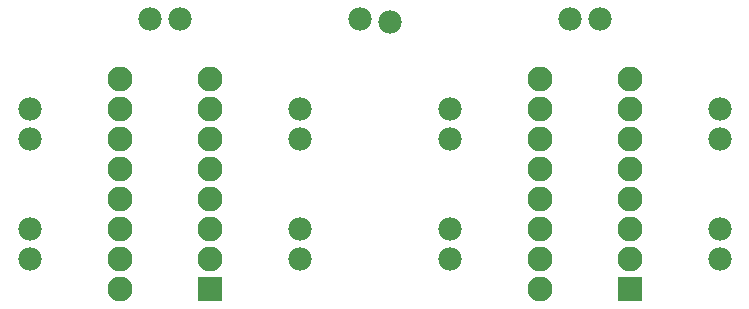
<source format=gtl>
G04 MADE WITH FRITZING*
G04 WWW.FRITZING.ORG*
G04 DOUBLE SIDED*
G04 HOLES PLATED*
G04 CONTOUR ON CENTER OF CONTOUR VECTOR*
%ASAXBY*%
%FSLAX23Y23*%
%MOIN*%
%OFA0B0*%
%SFA1.0B1.0*%
%ADD10C,0.083307*%
%ADD11C,0.078000*%
%ADD12R,0.083307X0.083307*%
%LNCOPPER1*%
G90*
G70*
G54D10*
X2377Y339D03*
X2077Y339D03*
X2377Y439D03*
X2077Y439D03*
X2377Y539D03*
X2077Y539D03*
X2377Y639D03*
X2077Y639D03*
X2377Y739D03*
X2077Y739D03*
X2377Y839D03*
X2077Y839D03*
X2377Y939D03*
X2077Y939D03*
X2377Y1039D03*
X2077Y1039D03*
G54D11*
X1577Y1229D03*
X1477Y1239D03*
X2277Y1239D03*
X2177Y1239D03*
X2677Y439D03*
X2677Y539D03*
X2677Y839D03*
X2677Y939D03*
X1777Y439D03*
X1777Y539D03*
X1777Y839D03*
X1777Y939D03*
G54D10*
X977Y339D03*
X677Y339D03*
X977Y439D03*
X677Y439D03*
X977Y539D03*
X677Y539D03*
X977Y639D03*
X677Y639D03*
X977Y739D03*
X677Y739D03*
X977Y839D03*
X677Y839D03*
X977Y939D03*
X677Y939D03*
X977Y1039D03*
X677Y1039D03*
G54D11*
X877Y1239D03*
X777Y1239D03*
X1277Y439D03*
X1277Y539D03*
X1277Y839D03*
X1277Y939D03*
X377Y439D03*
X377Y539D03*
X377Y839D03*
X377Y939D03*
G54D12*
X2377Y339D03*
X977Y339D03*
G04 End of Copper1*
M02*
</source>
